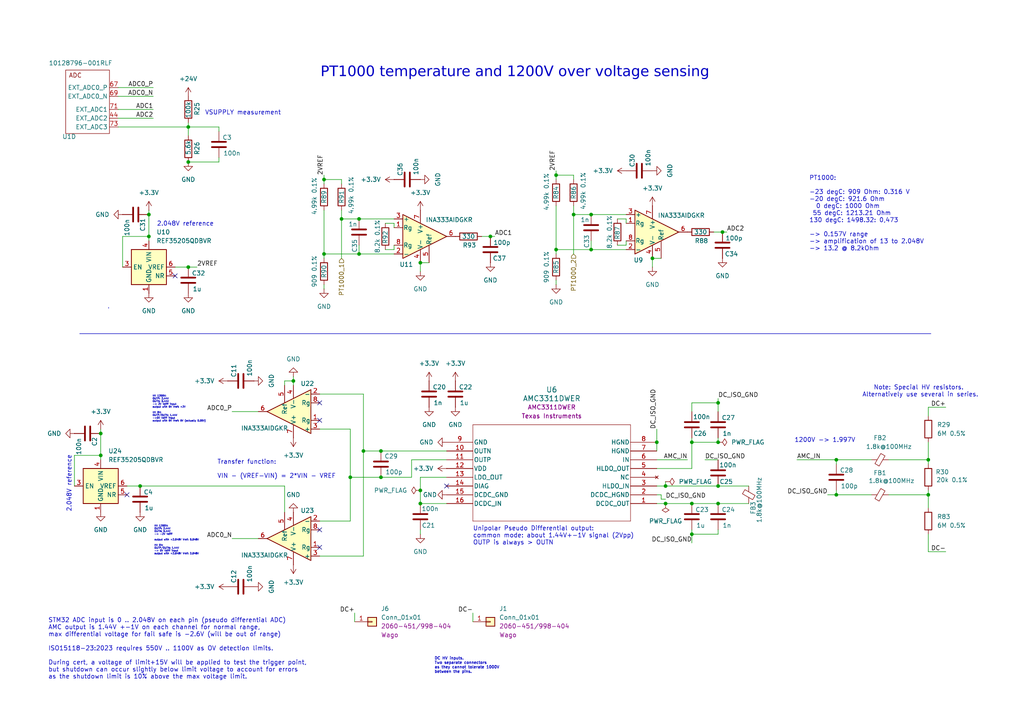
<source format=kicad_sch>
(kicad_sch (version 20250114) (generator "eeschema") (generator_version "9.0")
  (paper "A4")
  (title_block (title "ChargeBridge Eval Board") (date "2025-07-15") (rev "1.1") (company "Pionix GmbH") (comment 1 "Cornelius Claussen / Jonas Rockstroh") (comment 2 "License: CERN-OHL-P"))
  (text "HV 1200V:\nOUTP: 2.44V\nOUTN: 0.44V\n-> 2V Vdiff input\noutput with 0V Vref: +2V\n\nHV 0V:\nOUTP/OUTN: 1.44V\n->0V Vdiff input\noutput with 0V Vref: 0V (actually 0.05V)" (at 44.196 118.618 0) (effects (font (size 0.5 0.5)) (justify left)))
  (text "STM32 ADC input is 0 .. 2.048V on each pin (pseudo differential ADC)\nAMC output is 1.44V +-1V on each channel for normal range,\nmax differential voltage for fail safe is -2.6V (will be out of range)\n\nISO15118-23:2023 requires 550V .. 1100V as OV detection limits.\n\nDuring cert, a voltage of limit+15V will be applied to test the trigger point,\nbut shutdown can occur slightly below limit voltage to account for errors\nas the shutdown limit is 10% above the max voltage limit.\n" (at 13.97 188.214 0) (effects (font (size 1.27 1.27)) (justify left)))
  (text "2.048V reference" (at 20.066 148.59 90) (effects (font (size 1.27 1.27)) (justify left)))
  (text "Transfer function:\n\nVIN - (VREF-VIN) = 2*VIN - VREF\n" (at 62.992 136.144 0) (effects (font (size 1.27 1.27)) (justify left)))
  (text "DC HV inputs.\nTwo separate connectors\nas they cannot tolerate 1000V\nbetween the pins." (at 125.984 193.04 0) (effects (font (size 0.8 0.8)) (justify left)))
  (text "1200V -> 1.997V" (at 239.268 127.762 0) (effects (font (size 1.27 1.27))))
  (text "HV 1200V:\nOUTP: 2.44V\nOUTN: 0.44V\n-> -2V Vdiff\n \noutput with +2.048V Vref: 0.048V\n\nHV 0V:\nOUTP/OUTN: 1.44V\n-> 0V Vdiff input\noutput with +2.048V Vref: 2.048V" (at 44.704 156.718 0) (effects (font (size 0.5 0.5)) (justify left)))
  (text "Note: Special HV resistors. \nAlternatively use several in series." (at 266.954 113.538 0) (effects (font (size 1.27 1.27))))
  (text "VSUPPLY measurement" (at 59.436 32.766 0) (effects (font (size 1.27 1.27)) (justify left)))
  (text "PT1000 temperature and 1200V over voltage sensing" (at 149.352 21.844 0) (effects (font (size 3 3) (thickness 0.375))))
  (text "PT1000:\n\n-23 degC: 909 Ohm: 0.316 V\n-20 degC: 921.6 Ohm\n  0 degC: 1000 Ohm\n 55 degC: 1213.21 Ohm\n130 degC: 1498.32: 0,473\n\n-> 0.157V range\n-> amplification of 13 to 2.048V\n-> 13.2 @ 8.2kOhm" (at 234.696 61.976 0) (effects (font (size 1.27 1.27)) (justify left)))
  (text "Unipolar Pseudo Differential output:\ncommon mode: about 1.44V+-1V signal (2Vpp)\nOUTP is always > OUTN" (at 137.16 155.448 0) (effects (font (size 1.27 1.27)) (justify left)))
  (text "2.048V reference" (at 45.466 65.024 0) (effects (font (size 1.27 1.27)) (justify left)))
  (junction (at 104.14 63.5))
  (junction (at 161.29 50.8))
  (junction (at 110.49 138.43))
  (junction (at 269.24 133.35))
  (junction (at 161.29 72.39))
  (junction (at 43.18 62.23))
  (junction (at 104.14 73.66))
  (junction (at 171.45 72.39))
  (junction (at 200.66 128.27))
  (junction (at 209.55 67.31))
  (junction (at 43.18 68.58))
  (junction (at 121.92 142.24))
  (junction (at 54.61 46.99))
  (junction (at 171.45 62.23))
  (junction (at 208.28 128.27))
  (junction (at 40.64 140.97))
  (junction (at 93.98 73.66))
  (junction (at 189.23 74.93))
  (junction (at 101.6 138.43))
  (junction (at 99.06 63.5))
  (junction (at 110.49 130.81))
  (junction (at 193.04 146.05))
  (junction (at 29.21 132.08))
  (junction (at 54.61 36.83))
  (junction (at 54.61 77.47))
  (junction (at 29.21 125.73))
  (junction (at 85.09 110.49))
  (junction (at 269.24 143.51))
  (junction (at 208.28 140.97))
  (junction (at 121.92 146.05))
  (junction (at 142.24 68.58))
  (junction (at 93.98 52.07))
  (junction (at 166.37 62.23))
  (junction (at 200.66 146.05))
  (junction (at 208.28 116.84))
  (junction (at 105.41 130.81))
  (junction (at 121.92 76.2))
  (junction (at 208.28 146.05))
  (junction (at 190.5 128.27))
  (junction (at 200.66 154.94))
  (junction (at 242.57 143.51))
  (junction (at 242.57 133.35))
  (junction (at 193.04 140.97))
  (no_connect (at 92.71 121.92))
  (no_connect (at 92.71 158.75))
  (no_connect (at 129.54 140.97))
  (no_connect (at 92.71 116.84))
  (no_connect (at 36.83 143.51))
  (no_connect (at 92.71 153.67))
  (no_connect (at 50.8 80.01))
  (wire (pts (xy 43.18 68.58) (xy 43.18 69.85)))
  (wire (pts (xy 85.09 109.22) (xy 85.09 110.49)))
  (wire (pts (xy 36.83 140.97) (xy 40.64 140.97)))
  (wire (pts (xy 67.31 119.38) (xy 74.93 119.38)))
  (wire (pts (xy 190.5 146.05) (xy 193.04 146.05)))
  (wire (pts (xy 110.49 130.81) (xy 105.41 130.81)))
  (wire (pts (xy 240.03 143.51) (xy 242.57 143.51)))
  (wire (pts (xy 200.66 127) (xy 200.66 128.27)))
  (wire (pts (xy 269.24 143.51) (xy 269.24 147.32)))
  (wire (pts (xy 193.04 146.05) (xy 200.66 146.05)))
  (wire (pts (xy 269.24 118.11) (xy 269.24 120.65)))
  (wire (pts (xy 105.41 130.81) (xy 105.41 114.3)))
  (wire (pts (xy 67.31 156.21) (xy 74.93 156.21)))
  (wire (pts (xy 171.45 62.23) (xy 181.61 62.23)))
  (wire (pts (xy 269.24 133.35) (xy 269.24 134.62)))
  (wire (pts (xy 50.8 77.47) (xy 54.61 77.47)))
  (wire (pts (xy 200.66 157.48) (xy 200.66 154.94)))
  (wire (pts (xy 111.76 64.77) (xy 114.3 64.77)))
  (wire (pts (xy 101.6 138.43) (xy 110.49 138.43)))
  (wire (pts (xy 114.3 72.39) (xy 114.3 71.12)))
  (wire (pts (xy 208.28 116.84) (xy 208.28 119.38)))
  (wire (pts (xy 166.37 59.69) (xy 166.37 62.23)))
  (wire (pts (xy 208.28 115.57) (xy 208.28 116.84)))
  (wire (pts (xy 119.38 133.35) (xy 129.54 133.35)))
  (wire (pts (xy 190.5 133.35) (xy 199.39 133.35)))
  (wire (pts (xy 200.66 154.94) (xy 208.28 154.94)))
  (wire (pts (xy 189.23 74.93) (xy 191.77 74.93)))
  (wire (pts (xy 54.61 77.47) (xy 57.15 77.47)))
  (wire (pts (xy 101.6 124.46) (xy 101.6 138.43)))
  (wire (pts (xy 200.66 128.27) (xy 200.66 135.89)))
  (wire (pts (xy 208.28 128.27) (xy 208.28 127)))
  (wire (pts (xy 34.29 31.75) (xy 44.45 31.75)))
  (wire (pts (xy 207.01 67.31) (xy 209.55 67.31)))
  (polyline (pts (xy 31.496 89.154) (xy 31.496 89.408)))
  (wire (pts (xy 101.6 151.13) (xy 101.6 138.43)))
  (wire (pts (xy 121.92 138.43) (xy 121.92 142.24)))
  (wire (pts (xy 208.28 146.05) (xy 217.17 146.05)))
  (wire (pts (xy 82.55 110.49) (xy 85.09 110.49)))
  (wire (pts (xy 190.5 135.89) (xy 200.66 135.89)))
  (wire (pts (xy 208.28 154.94) (xy 208.28 153.67)))
  (wire (pts (xy 252.73 133.35) (xy 242.57 133.35)))
  (wire (pts (xy 269.24 133.35) (xy 257.81 133.35)))
  (wire (pts (xy 29.21 132.08) (xy 29.21 133.35)))
  (wire (pts (xy 82.55 111.76) (xy 82.55 110.49)))
  (wire (pts (xy 208.28 140.97) (xy 217.17 140.97)))
  (wire (pts (xy 242.57 133.35) (xy 231.14 133.35)))
  (wire (pts (xy 21.59 140.97) (xy 21.59 132.08)))
  (wire (pts (xy 190.5 140.97) (xy 193.04 140.97)))
  (wire (pts (xy 34.29 34.29) (xy 44.45 34.29)))
  (wire (pts (xy 99.06 52.07) (xy 99.06 53.34)))
  (wire (pts (xy 34.29 25.4) (xy 44.45 25.4)))
  (wire (pts (xy 161.29 50.8) (xy 161.29 52.07)))
  (wire (pts (xy 179.07 63.5) (xy 181.61 63.5)))
  (wire (pts (xy 269.24 154.94) (xy 269.24 160.02)))
  (wire (pts (xy 257.81 143.51) (xy 269.24 143.51)))
  (wire (pts (xy 102.87 177.8) (xy 102.87 180.34)))
  (wire (pts (xy 166.37 62.23) (xy 171.45 62.23)))
  (wire (pts (xy 129.54 138.43) (xy 121.92 138.43)))
  (wire (pts (xy 121.92 76.2) (xy 121.92 78.74)))
  (wire (pts (xy 104.14 63.5) (xy 114.3 63.5)))
  (wire (pts (xy 104.14 73.66) (xy 104.14 71.12)))
  (wire (pts (xy 190.5 124.46) (xy 190.5 128.27)))
  (wire (pts (xy 161.29 50.8) (xy 166.37 50.8)))
  (wire (pts (xy 142.24 68.58) (xy 143.51 68.58)))
  (wire (pts (xy 119.38 133.35) (xy 119.38 138.43)))
  (wire (pts (xy 93.98 82.55) (xy 93.98 83.82)))
  (wire (pts (xy 35.56 68.58) (xy 43.18 68.58)))
  (wire (pts (xy 139.7 68.58) (xy 142.24 68.58)))
  (wire (pts (xy 191.77 144.78) (xy 191.77 143.51)))
  (wire (pts (xy 171.45 72.39) (xy 171.45 69.85)))
  (wire (pts (xy 181.61 71.12) (xy 181.61 69.85)))
  (wire (pts (xy 193.04 144.78) (xy 191.77 144.78)))
  (wire (pts (xy 93.98 74.93) (xy 93.98 73.66)))
  (wire (pts (xy 105.41 161.29) (xy 105.41 130.81)))
  (wire (pts (xy 93.98 52.07) (xy 99.06 52.07)))
  (wire (pts (xy 242.57 134.62) (xy 242.57 133.35)))
  (wire (pts (xy 171.45 72.39) (xy 181.61 72.39)))
  (wire (pts (xy 161.29 81.28) (xy 161.29 82.55)))
  (wire (pts (xy 93.98 50.8) (xy 93.98 52.07)))
  (wire (pts (xy 114.3 64.77) (xy 114.3 66.04)))
  (wire (pts (xy 29.21 124.46) (xy 29.21 125.73)))
  (wire (pts (xy 200.66 146.05) (xy 208.28 146.05)))
  (wire (pts (xy 104.14 73.66) (xy 114.3 73.66)))
  (wire (pts (xy 54.61 36.83) (xy 54.61 39.37)))
  (wire (pts (xy 193.04 139.7) (xy 193.04 140.97)))
  (wire (pts (xy 204.47 133.35) (xy 208.28 133.35)))
  (wire (pts (xy 200.66 154.94) (xy 200.66 153.67)))
  (wire (pts (xy 191.77 143.51) (xy 190.5 143.51)))
  (wire (pts (xy 40.64 140.97) (xy 82.55 140.97)))
  (wire (pts (xy 82.55 140.97) (xy 82.55 148.59)))
  (wire (pts (xy 137.16 177.8) (xy 137.16 180.34)))
  (wire (pts (xy 110.49 138.43) (xy 119.38 138.43)))
  (wire (pts (xy 43.18 62.23) (xy 43.18 68.58)))
  (wire (pts (xy 54.61 46.99) (xy 63.5 46.99)))
  (wire (pts (xy 181.61 63.5) (xy 181.61 64.77)))
  (wire (pts (xy 29.21 125.73) (xy 29.21 132.08)))
  (wire (pts (xy 105.41 114.3) (xy 92.71 114.3)))
  (wire (pts (xy 200.66 119.38) (xy 200.66 116.84)))
  (polyline (pts (xy 270.002 96.774) (xy 23.114 96.774)))
  (wire (pts (xy 93.98 60.96) (xy 93.98 73.66)))
  (wire (pts (xy 161.29 59.69) (xy 161.29 72.39)))
  (wire (pts (xy 200.66 128.27) (xy 208.28 128.27)))
  (wire (pts (xy 63.5 46.99) (xy 63.5 45.72)))
  (wire (pts (xy 121.92 142.24) (xy 121.92 146.05)))
  (wire (pts (xy 92.71 151.13) (xy 101.6 151.13)))
  (wire (pts (xy 269.24 142.24) (xy 269.24 143.51)))
  (wire (pts (xy 63.5 36.83) (xy 63.5 38.1)))
  (wire (pts (xy 166.37 62.23) (xy 166.37 73.66)))
  (wire (pts (xy 99.06 63.5) (xy 104.14 63.5)))
  (wire (pts (xy 92.71 161.29) (xy 105.41 161.29)))
  (wire (pts (xy 193.04 140.97) (xy 208.28 140.97)))
  (wire (pts (xy 166.37 50.8) (xy 166.37 52.07)))
  (wire (pts (xy 34.29 36.83) (xy 54.61 36.83)))
  (wire (pts (xy 93.98 73.66) (xy 104.14 73.66)))
  (wire (pts (xy 111.76 72.39) (xy 114.3 72.39)))
  (wire (pts (xy 161.29 72.39) (xy 171.45 72.39)))
  (wire (pts (xy 110.49 130.81) (xy 129.54 130.81)))
  (wire (pts (xy 269.24 128.27) (xy 269.24 133.35)))
  (wire (pts (xy 242.57 143.51) (xy 252.73 143.51)))
  (wire (pts (xy 85.09 110.49) (xy 85.09 111.76)))
  (wire (pts (xy 179.07 71.12) (xy 181.61 71.12)))
  (wire (pts (xy 99.06 60.96) (xy 99.06 63.5)))
  (wire (pts (xy 54.61 36.83) (xy 63.5 36.83)))
  (wire (pts (xy 189.23 74.93) (xy 189.23 77.47)))
  (wire (pts (xy 43.18 60.96) (xy 43.18 62.23)))
  (wire (pts (xy 54.61 36.83) (xy 54.61 35.56)))
  (wire (pts (xy 200.66 116.84) (xy 208.28 116.84)))
  (wire (pts (xy 34.29 27.94) (xy 44.45 27.94)))
  (wire (pts (xy 99.06 63.5) (xy 99.06 74.93)))
  (wire (pts (xy 274.32 118.11) (xy 269.24 118.11)))
  (wire (pts (xy 121.92 76.2) (xy 124.46 76.2)))
  (wire (pts (xy 161.29 49.53) (xy 161.29 50.8)))
  (wire (pts (xy 35.56 77.47) (xy 35.56 68.58)))
  (wire (pts (xy 269.24 160.02) (xy 274.32 160.02)))
  (wire (pts (xy 209.55 67.31) (xy 210.82 67.31)))
  (wire (pts (xy 190.5 128.27) (xy 190.5 130.81)))
  (wire (pts (xy 121.92 146.05) (xy 129.54 146.05)))
  (wire (pts (xy 121.92 154.94) (xy 121.92 153.67)))
  (wire (pts (xy 93.98 52.07) (xy 93.98 53.34)))
  (wire (pts (xy 161.29 73.66) (xy 161.29 72.39)))
  (wire (pts (xy 242.57 143.51) (xy 242.57 142.24)))
  (wire (pts (xy 21.59 132.08) (xy 29.21 132.08)))
  (wire (pts (xy 92.71 124.46) (xy 101.6 124.46)))
  (label "ADC0_N" (at 67.31 156.21 180))
  (label "DC_ISO_GND" (at 204.47 133.35 0))
  (label "2VREF" (at 161.29 49.53 90))
  (label "DC-" (at 274.32 160.02 180))
  (label "DC_ISO_GND" (at 200.66 157.48 180))
  (label "DC_ISO_GND" (at 190.5 124.46 90))
  (label "DC_ISO_GND" (at 208.28 115.57 0))
  (label "ADC0_P" (at 44.45 25.4 180))
  (label "DC+" (at 274.32 118.11 180))
  (label "2VREF" (at 57.15 77.47 0))
  (label "DC-" (at 137.16 177.8 180))
  (label "ADC0_N" (at 44.45 27.94 180))
  (label "ADC2" (at 210.82 67.31 0))
  (label "2VREF" (at 93.98 50.8 90))
  (label "AMC_IN" (at 231.14 133.35 0))
  (label "DC_ISO_GND" (at 193.04 144.78 0))
  (label "DC+" (at 102.87 177.8 180))
  (label "AMC_IN" (at 199.39 133.35 180))
  (label "ADC2" (at 44.45 34.29 180))
  (label "ADC1" (at 143.51 68.58 0))
  (label "ADC0_P" (at 67.31 119.38 180))
  (label "DC_ISO_GND" (at 240.03 143.51 180))
  (label "ADC1" (at 44.45 31.75 180))
  (hierarchical_label "PT1000_2" (shape input) (at 166.37 73.66 270))
  (hierarchical_label "PT1000_1" (shape input) (at 99.06 74.93 270))
  (symbol (lib_id "cb-eval-lib:C") (at 39.37 62.23 270) (unit 1)
    (property "Reference" "C31" (at 41.402 63.246 0) (effects (justify left)))
    (property "Value" "100n" (at 36.83 63.5 0) (effects (justify left)))
    (property "Footprint" "Capacitor_SMD:C_0603_1608Metric" (effects (hide yes)))
    (property "Description" "Unpolarized capacitor" (effects (hide yes)))
    (property "MPN" "C0603C104K5RACAUTO" (effects (hide yes)))
    (property "Manufacturer" "Kemet" (effects (hide yes)))
    (property "Digikey" "399-6856-1-ND" (effects (hide yes)))
  )
  (symbol (lib_id "power:GND") (at 85.09 109.22 180) (unit 1)
    (property "Reference" "#PWR028" (effects (hide yes)))
    (property "Value" "GND" (at 85.09 104.14 0))
    (property "Description" "Power symbol creates a global label with name \"GND\" , ground" (effects (hide yes)))
  )
  (symbol (lib_id "cb-eval-lib:REF35205QDBVR") (at 29.21 140.97 0) (unit 1)
    (property "Reference" "U24" (at 31.4041 130.81 0) (effects (justify left)))
    (property "Value" "REF35205QDBVR" (at 31.4041 133.35 0) (effects (justify left)))
    (property "Footprint" "Package_TO_SOT_SMD:SOT-23-6" (effects (hide yes)))
    (property "Datasheet" "https://www.ti.com/lit/ds/symlink/ref35.pdf" (effects (hide yes)))
    (property "Description" "2.048V, Ultra Low-Power, High-Precision Voltage Reference, SOT-23-6" (effects (hide yes)))
    (property "Digikey" "296-REF35205QDBVRCT-ND" (effects (hide yes)))
    (property "MPN" "REF35205QDBVR" (effects (hide yes)))
    (property "Manufacturer" "Texas Instruments" (effects (hide yes)))
  )
  (symbol (lib_id "power:GND") (at 124.46 118.11 0) (unit 1)
    (property "Reference" "#PWR052" (effects (hide yes)))
    (property "Value" "GND" (at 124.46 123.19 0))
    (property "Description" "Power symbol creates a global label with name \"GND\" , ground" (effects (hide yes)))
  )
  (symbol (lib_id "power:GND") (at 189.23 77.47 0) (unit 1)
    (property "Reference" "#PWR0128" (effects (hide yes)))
    (property "Value" "GND" (at 189.23 82.55 0))
    (property "Description" "Power symbol creates a global label with name \"GND\" , ground" (effects (hide yes)))
  )
  (symbol (lib_id "power:GND") (at 73.66 170.18 90) (unit 1)
    (property "Reference" "#PWR073" (effects (hide yes)))
    (property "Value" "GND" (at 78.74 170.18 0))
    (property "Description" "Power symbol creates a global label with name \"GND\" , ground" (effects (hide yes)))
  )
  (symbol (lib_id "cb-eval-lib:R") (at 179.07 67.31 0) (mirror x) (unit 1)
    (property "Reference" "R87" (at 179.07 67.564 90))
    (property "Value" "8.2k 0.1%" (at 176.784 67.31 90))
    (property "Footprint" "Resistor_SMD:R_0603_1608Metric" (effects (hide yes)))
    (property "MPN" "ERA-3AEB822V" (effects (hide yes)))
    (property "Digikey" "P8.2KDBCT-ND" (effects (hide yes)))
    (property "Manufacturer" "Panasonic Electronic Components" (effects (hide yes)))
  )
  (symbol (lib_id "cb-eval-lib:R") (at 93.98 78.74 0) (mirror x) (unit 1)
    (property "Reference" "R90" (at 93.98 78.74 90))
    (property "Value" "909 0.1%" (at 91.186 78.74 90))
    (property "Footprint" "Resistor_SMD:R_0603_1608Metric" (effects (hide yes)))
    (property "MPN" "ERA-3AEB9090V" (effects (hide yes)))
    (property "Digikey" "P909DBCT-ND" (effects (hide yes)))
    (property "Manufacturer" "Panasonic Electronic Components" (effects (hide yes)))
  )
  (symbol (lib_id "cb-eval-lib:R") (at 269.24 138.43 0) (mirror x) (unit 1)
    (property "Reference" "R30" (at 273.304 136.906 0))
    (property "Value" "20k 0.1%" (at 276.098 139.192 0))
    (property "Footprint" "Resistor_SMD:R_0603_1608Metric" (effects (hide yes)))
    (property "MPN" "ERA-3AEB203V" (effects (hide yes)))
    (property "JLCPCB Part#" "C469660" (effects (hide yes)))
    (property "Digikey" "P20KDBCT-ND" (effects (hide yes)))
    (property "Manufacturer" "Panasonic Electronic Components" (effects (hide yes)))
  )
  (symbol (lib_id "cb-eval-lib:C") (at 69.85 170.18 90) (unit 1)
    (property "Reference" "C12" (at 67.818 169.164 0) (effects (justify left)))
    (property "Value" "100n" (at 72.39 168.91 0) (effects (justify left)))
    (property "Footprint" "Capacitor_SMD:C_0603_1608Metric" (effects (hide yes)))
    (property "Description" "Unpolarized capacitor" (effects (hide yes)))
    (property "MPN" "C0603C104K5RACAUTO" (effects (hide yes)))
    (property "Manufacturer" "Kemet" (effects (hide yes)))
    (property "Digikey" "399-6856-1-ND" (effects (hide yes)))
  )
  (symbol (lib_id "cb-eval-lib:INA333xxDGK") (at 85.09 156.21 180) (unit 1)
    (property "Reference" "U23" (at 89.154 148.082 0))
    (property "Value" "INA333AIDGKR" (at 76.708 161.036 0))
    (property "Footprint" "cb-eval-lib:VSSOP-8_3x3mm_P0.65mm" (effects (hide yes)))
    (property "Datasheet" "https://www.ti.com/lit/ds/symlink/ina333.pdf" (effects (hide yes)))
    (property "Description" "Zero Drift, Micropower Instrumentation Amplifier G = 1 + 100kOhm/Rg, VSSOP-8" (effects (hide yes)))
    (property "Digikey" "296-23564-1-ND" (effects (hide yes)))
    (property "MPN" "INA333AIDGKR" (effects (hide yes)))
    (property "Manufacturer" "Texas Instruments" (effects (hide yes)))
  )
  (symbol (lib_id "cb-eval-lib:FerriteBead_Small") (at 255.27 143.51 90) (unit 1)
    (property "Reference" "FB1" (at 255.2319 137.16 90))
    (property "Value" "1.8k@100MHz" (at 258.572 139.446 90))
    (property "Footprint" "Inductor_SMD:L_0603_1608Metric" (effects (hide yes)))
    (property "Description" "Ferrite bead, small symbol" (effects (hide yes)))
    (property "MPN" "742792692" (effects (hide yes)))
    (property "Manufacturer" "Wurth Elektronik" (effects (hide yes)))
    (property "Digikey" "732-4671-1-ND" (effects (hide yes)))
  )
  (symbol (lib_id "power:+3.3V") (at 132.08 110.49 0) (unit 1)
    (property "Reference" "#PWR0123" (effects (hide yes)))
    (property "Value" "+3.3V" (at 132.08 105.41 0))
    (property "Description" "Power symbol creates a global label with name \"+3.3V\"" (effects (hide yes)))
  )
  (symbol (lib_id "cb-eval-lib:R") (at 54.61 31.75 0) (unit 1)
    (property "Reference" "R25" (at 57.15 33.528 90) (effects (justify left)))
    (property "Value" "100k" (at 54.61 34.29 90) (effects (justify left)))
    (property "Footprint" "Resistor_SMD:R_0603_1608Metric" (effects (hide yes)))
    (property "Description" "Resistor" (effects (hide yes)))
    (property "Digikey" "RMCF0603FT100KCT-ND" (effects (hide yes)))
    (property "MPN" "RMCF0603FT100K" (effects (hide yes)))
    (property "Manufacturer" "Stackpole Electronics Inc" (effects (hide yes)))
  )
  (symbol (lib_id "cb-eval-lib:R") (at 269.24 151.13 0) (mirror y) (unit 1)
    (property "Reference" "R83" (at 271.78 149.8599 0) (effects (justify right)))
    (property "Value" "6M 0.5%" (at 271.78 152.3999 0) (effects (justify right)))
    (property "Footprint" "Resistor_SMD:R_1206_3216Metric" (effects (hide yes)))
    (property "Datasheet" "https://www.vishay.com/docs/68043/crma.pdf" (effects (hide yes)))
    (property "MPN" "CRMA1206AF6M00DKEF" (effects (hide yes)))
    (property "JLCPCB Part#" "C3986300" (effects (hide yes)))
    (property "Digikey" "3579-CRMA1206AF6M00DKEFCT-ND" (effects (hide yes)))
    (property "Manufacturer" "Vishay Techno" (effects (hide yes)))
  )
  (symbol (lib_id "power:+24V") (at 54.61 27.94 0) (unit 1)
    (property "Reference" "#PWR041" (effects (hide yes)))
    (property "Value" "+24V" (at 54.61 22.86 0))
    (property "Description" "Power symbol creates a global label with name \"+24V\"" (effects (hide yes)))
  )
  (symbol (lib_id "power:PWR_FLAG") (at 193.04 139.7 270) (unit 1)
    (property "Reference" "#FLG08" (effects (hide yes)))
    (property "Value" "PWR_FLAG" (at 196.85 139.6999 90) (effects (justify left)))
    (property "Description" "Special symbol for telling ERC where power comes from" (effects (hide yes)))
  )
  (symbol (lib_id "cb-eval-lib:Pionix-SOM") (at 25.4 29.21 0) (unit 4)
    (property "Reference" "U1" (at 20.066 39.624 0))
    (property "Value" "10128796-001RLF" (at 23.368 18.288 0))
    (property "Footprint" "cb-eval-lib:AMPHENOL_10128796-001RLF_ChargeBridge_Wurth_standoff" (effects (hide yes)))
    (property "Description" "Pionix Charging SOM" (effects (hide yes)))
    (property "MPN" "10128796-001RLF" (effects (hide yes)))
    (property "Manufacturer" "Amphenol ICC (FCI)" (effects (hide yes)))
  )
  (symbol (lib_id "cb-eval-lib:INA333xxDGK") (at 189.23 67.31 0) (unit 1)
    (property "Reference" "U9" (at 185.166 75.438 0))
    (property "Value" "INA333AIDGKR" (at 197.612 62.484 0))
    (property "Footprint" "cb-eval-lib:VSSOP-8_3x3mm_P0.65mm" (effects (hide yes)))
    (property "Datasheet" "https://www.ti.com/lit/ds/symlink/ina333.pdf" (effects (hide yes)))
    (property "Description" "Zero Drift, Micropower Instrumentation Amplifier G = 1 + 100kOhm/Rg, VSSOP-8" (effects (hide yes)))
    (property "Digikey" "296-23564-1-ND" (effects (hide yes)))
    (property "MPN" "INA333AIDGKR" (effects (hide yes)))
    (property "Manufacturer" "Texas Instruments" (effects (hide yes)))
  )
  (symbol (lib_id "power:+3.3V") (at 129.54 135.89 90) (unit 1)
    (property "Reference" "#PWR0120" (effects (hide yes)))
    (property "Value" "+3.3V" (at 125.73 135.8899 90) (effects (justify left)))
    (property "Description" "Power symbol creates a global label with name \"+3.3V\"" (effects (hide yes)))
  )
  (symbol (lib_id "cb-eval-lib:C") (at 142.24 72.39 180) (unit 1)
    (property "Reference" "C37" (at 146.812 74.93 0) (effects (justify left)))
    (property "Value" "100p" (at 148.082 70.358 0) (effects (justify left)))
    (property "Footprint" "Capacitor_SMD:C_0603_1608Metric" (effects (hide yes)))
    (property "Description" "Unpolarized capacitor" (effects (hide yes)))
    (property "Digikey" "1292-1644-1-ND" (effects (hide yes)))
    (property "MPN" "0603N101J500CT" (effects (hide yes)))
    (property "Manufacturer" "Walsin Technology Corporation" (effects (hide yes)))
  )
  (symbol (lib_id "cb-eval-lib:INA333xxDGK") (at 85.09 119.38 180) (unit 1)
    (property "Reference" "U22" (at 89.154 111.252 0))
    (property "Value" "INA333AIDGKR" (at 76.708 124.206 0))
    (property "Footprint" "cb-eval-lib:VSSOP-8_3x3mm_P0.65mm" (effects (hide yes)))
    (property "Datasheet" "https://www.ti.com/lit/ds/symlink/ina333.pdf" (effects (hide yes)))
    (property "Description" "Zero Drift, Micropower Instrumentation Amplifier G = 1 + 100kOhm/Rg, VSSOP-8" (effects (hide yes)))
    (property "Digikey" "296-23564-1-ND" (effects (hide yes)))
    (property "MPN" "INA333AIDGKR" (effects (hide yes)))
    (property "Manufacturer" "Texas Instruments" (effects (hide yes)))
  )
  (symbol (lib_id "cb-eval-lib:C") (at 171.45 66.04 180) (unit 1)
    (property "Reference" "C33" (at 170.18 68.072 90) (effects (justify left)))
    (property "Value" "1n" (at 170.942 63.754 0) (effects (justify left)))
    (property "Footprint" "Capacitor_SMD:C_0603_1608Metric" (effects (hide yes)))
    (property "Description" "Unpolarized capacitor" (effects (hide yes)))
    (property "MPN" "C0603C102K5RACTU" (effects (hide yes)))
    (property "Manufacturer" "Kemet" (effects (hide yes)))
    (property "Digikey" "399-C0603C102K5RACTUCT-ND" (effects (hide yes)))
  )
  (symbol (lib_id "cb-eval-lib:R") (at 54.61 43.18 0) (unit 1)
    (property "Reference" "R26" (at 57.15 44.958 90) (effects (justify left)))
    (property "Value" "5.6k" (at 54.61 44.958 90) (effects (justify left)))
    (property "Footprint" "Resistor_SMD:R_0603_1608Metric" (effects (hide yes)))
    (property "Description" "Resistor" (effects (hide yes)))
    (property "Digikey" "RMCF0603FT5K60CT-ND" (effects (hide yes)))
    (property "MPN" "RMCF0603FT5K60" (effects (hide yes)))
    (property "Manufacturer" "Stackpole Electronics Inc" (effects (hide yes)))
  )
  (symbol (lib_id "power:GND") (at 54.61 85.09 0) (unit 1)
    (property "Reference" "#PWR0133" (effects (hide yes)))
    (property "Value" "GND" (at 54.61 90.17 0))
    (property "Description" "Power symbol creates a global label with name \"GND\" , ground" (effects (hide yes)))
  )
  (symbol (lib_id "power:+3.3V") (at 85.09 127 180) (unit 1)
    (property "Reference" "#PWR039" (effects (hide yes)))
    (property "Value" "+3.3V" (at 85.09 132.08 0))
    (property "Description" "Power symbol creates a global label with name \"+3.3V\"" (effects (hide yes)))
  )
  (symbol (lib_id "power:PWR_FLAG") (at 193.04 146.05 180) (unit 1)
    (property "Reference" "#FLG05" (effects (hide yes)))
    (property "Value" "PWR_FLAG" (at 193.04 151.13 0))
    (property "Description" "Special symbol for telling ERC where power comes from" (effects (hide yes)))
  )
  (symbol (lib_id "power:GND") (at 85.09 148.59 180) (unit 1)
    (property "Reference" "#PWR029" (effects (hide yes)))
    (property "Value" "GND" (at 85.09 143.51 0))
    (property "Description" "Power symbol creates a global label with name \"GND\" , ground" (effects (hide yes)))
  )
  (symbol (lib_id "power:GND") (at 161.29 82.55 0) (unit 1)
    (property "Reference" "#PWR0125" (effects (hide yes)))
    (property "Value" "GND" (at 161.29 87.63 0))
    (property "Description" "Power symbol creates a global label with name \"GND\" , ground" (effects (hide yes)))
  )
  (symbol (lib_id "power:GND") (at 209.55 74.93 0) (unit 1)
    (property "Reference" "#PWR0127" (effects (hide yes)))
    (property "Value" "GND" (at 209.55 80.01 0))
    (property "Description" "Power symbol creates a global label with name \"GND\" , ground" (effects (hide yes)))
  )
  (symbol (lib_id "cb-eval-lib:C") (at 63.5 41.91 0) (unit 1)
    (property "Reference" "C3" (at 64.516 39.878 0) (effects (justify left)))
    (property "Value" "100n" (at 64.77 44.45 0) (effects (justify left)))
    (property "Footprint" "Capacitor_SMD:C_0603_1608Metric" (effects (hide yes)))
    (property "Description" "Unpolarized capacitor" (effects (hide yes)))
    (property "MPN" "C0603C104K5RACAUTO" (effects (hide yes)))
    (property "Manufacturer" "Kemet" (effects (hide yes)))
    (property "Digikey" "399-6856-1-ND" (effects (hide yes)))
  )
  (symbol (lib_id "power:GND") (at 129.54 143.51 270) (unit 1)
    (property "Reference" "#PWR0122" (effects (hide yes)))
    (property "Value" "GND" (at 126.746 143.51 90) (effects (justify right)))
    (property "Description" "Power symbol creates a global label with name \"GND\" , ground" (effects (hide yes)))
  )
  (symbol (lib_id "power:+3.3V") (at 189.23 59.69 0) (unit 1)
    (property "Reference" "#PWR078" (effects (hide yes)))
    (property "Value" "+3.3V" (at 189.23 54.61 0))
    (property "Description" "Power symbol creates a global label with name \"+3.3V\"" (effects (hide yes)))
  )
  (symbol (lib_id "cb-eval-lib:R") (at 203.2 67.31 90) (mirror x) (unit 1)
    (property "Reference" "R88" (at 203.454 69.85 90))
    (property "Value" "330" (at 203.2 67.31 90))
    (property "Footprint" "Resistor_SMD:R_0603_1608Metric" (effects (hide yes)))
    (property "MPN" "RMCF0603FT330R" (effects (hide yes)))
    (property "Digikey" "RMCF0603FT330RCT-ND" (effects (hide yes)))
    (property "Manufacturer" "Stackpole Electronics Inc" (effects (hide yes)))
  )
  (symbol (lib_id "cb-eval-lib:C") (at 208.28 137.16 180) (unit 1)
    (property "Reference" "C25" (at 212.598 139.7 0) (effects (justify left)))
    (property "Value" "100n" (at 213.614 134.874 0) (effects (justify left)))
    (property "Footprint" "Capacitor_SMD:C_0603_1608Metric" (effects (hide yes)))
    (property "Description" "Unpolarized capacitor" (effects (hide yes)))
    (property "MPN" "C0603C104K5RACAUTO" (effects (hide yes)))
    (property "Manufacturer" "Kemet" (effects (hide yes)))
    (property "Digikey" "399-6856-1-ND" (effects (hide yes)))
  )
  (symbol (lib_id "cb-eval-lib:R") (at 166.37 55.88 0) (mirror x) (unit 1)
    (property "Reference" "R86" (at 166.37 55.88 90))
    (property "Value" "4.99k 0.1%" (at 169.164 55.372 90))
    (property "Footprint" "Resistor_SMD:R_0603_1608Metric" (effects (hide yes)))
    (property "MPN" "ERA-3AEB4991V" (effects (hide yes)))
    (property "Digikey" "P4.99KDBCT-ND" (effects (hide yes)))
    (property "Manufacturer" "Panasonic Electronic Components" (effects (hide yes)))
  )
  (symbol (lib_id "cb-eval-lib:C") (at 25.4 125.73 270) (unit 1)
    (property "Reference" "C2" (at 27.432 126.746 0) (effects (justify left)))
    (property "Value" "100n" (at 22.86 127 0) (effects (justify left)))
    (property "Footprint" "Capacitor_SMD:C_0603_1608Metric" (effects (hide yes)))
    (property "Description" "Unpolarized capacitor" (effects (hide yes)))
    (property "MPN" "C0603C104K5RACAUTO" (effects (hide yes)))
    (property "Manufacturer" "Kemet" (effects (hide yes)))
    (property "Digikey" "399-6856-1-ND" (effects (hide yes)))
  )
  (symbol (lib_id "cb-eval-lib:R") (at 135.89 68.58 90) (mirror x) (unit 1)
    (property "Reference" "R93" (at 136.144 71.12 90))
    (property "Value" "330" (at 135.89 68.58 90))
    (property "Footprint" "Resistor_SMD:R_0603_1608Metric" (effects (hide yes)))
    (property "MPN" "RMCF0603FT330R" (effects (hide yes)))
    (property "Digikey" "RMCF0603FT330RCT-ND" (effects (hide yes)))
    (property "Manufacturer" "Stackpole Electronics Inc" (effects (hide yes)))
  )
  (symbol (lib_id "power:GND") (at 121.92 78.74 0) (unit 1)
    (property "Reference" "#PWR0135" (effects (hide yes)))
    (property "Value" "GND" (at 121.92 83.82 0))
    (property "Description" "Power symbol creates a global label with name \"GND\" , ground" (effects (hide yes)))
  )
  (symbol (lib_id "cb-eval-lib:C") (at 208.28 149.86 0) (unit 1)
    (property "Reference" "C24" (at 209.296 147.828 0) (effects (justify left)))
    (property "Value" "1n" (at 209.55 152.4 0) (effects (justify left)))
    (property "Footprint" "Capacitor_SMD:C_0603_1608Metric" (effects (hide yes)))
    (property "Description" "Unpolarized capacitor" (effects (hide yes)))
    (property "MPN" "C0603C102K5RACTU" (effects (hide yes)))
    (property "Manufacturer" "Kemet" (effects (hide yes)))
    (property "Digikey" "399-C0603C102K5RACTUCT-ND" (effects (hide yes)))
  )
  (symbol (lib_id "cb-eval-lib:C") (at 110.49 134.62 0) (unit 1)
    (property "Reference" "C29" (at 111.506 132.334 0) (effects (justify left)))
    (property "Value" "100p" (at 111.76 136.906 0) (effects (justify left)))
    (property "Footprint" "Capacitor_SMD:C_0603_1608Metric" (effects (hide yes)))
    (property "Description" "Unpolarized capacitor" (effects (hide yes)))
    (property "Digikey" "1292-1644-1-ND" (effects (hide yes)))
    (property "MPN" "0603N101J500CT" (effects (hide yes)))
    (property "Manufacturer" "Walsin Technology Corporation" (effects (hide yes)))
  )
  (symbol (lib_id "cb-eval-lib:C") (at 200.66 123.19 180) (unit 1)
    (property "Reference" "C26" (at 204.978 125.73 0) (effects (justify left)))
    (property "Value" "100n" (at 205.994 120.904 0) (effects (justify left)))
    (property "Footprint" "Capacitor_SMD:C_0603_1608Metric" (effects (hide yes)))
    (property "Description" "Unpolarized capacitor" (effects (hide yes)))
    (property "MPN" "C0603C104K5RACAUTO" (effects (hide yes)))
    (property "Manufacturer" "Kemet" (effects (hide yes)))
    (property "Digikey" "399-6856-1-ND" (effects (hide yes)))
  )
  (symbol (lib_id "power:+3.3V") (at 66.04 170.18 90) (unit 1)
    (property "Reference" "#PWR071" (effects (hide yes)))
    (property "Value" "+3.3V" (at 62.23 170.1799 90) (effects (justify left)))
    (property "Description" "Power symbol creates a global label with name \"+3.3V\"" (effects (hide yes)))
  )
  (symbol (lib_id "power:+3.3V") (at 85.09 163.83 180) (unit 1)
    (property "Reference" "#PWR040" (effects (hide yes)))
    (property "Value" "+3.3V" (at 85.09 168.91 0))
    (property "Description" "Power symbol creates a global label with name \"+3.3V\"" (effects (hide yes)))
  )
  (symbol (lib_id "cb-eval-lib:R") (at 269.24 124.46 0) (mirror y) (unit 1)
    (property "Reference" "R29" (at 271.78 123.1899 0) (effects (justify right)))
    (property "Value" "6M 0.5%" (at 271.78 125.7299 0) (effects (justify right)))
    (property "Footprint" "Resistor_SMD:R_1206_3216Metric" (effects (hide yes)))
    (property "Datasheet" "https://www.vishay.com/docs/68043/crma.pdf" (effects (hide yes)))
    (property "MPN" "CRMA1206AF6M00DKEF" (effects (hide yes)))
    (property "JLCPCB Part#" "C3986300" (effects (hide yes)))
    (property "Digikey" "3579-CRMA1206AF6M00DKEFCT-ND" (effects (hide yes)))
    (property "Manufacturer" "Vishay Techno" (effects (hide yes)))
  )
  (symbol (lib_id "power:+3.3V") (at 66.04 110.49 90) (unit 1)
    (property "Reference" "#PWR070" (effects (hide yes)))
    (property "Value" "+3.3V" (at 62.23 110.4899 90) (effects (justify left)))
    (property "Description" "Power symbol creates a global label with name \"+3.3V\"" (effects (hide yes)))
  )
  (symbol (lib_id "power:GND") (at 121.92 154.94 0) (unit 1)
    (property "Reference" "#PWR0121" (effects (hide yes)))
    (property "Value" "GND" (at 121.92 160.02 0))
    (property "Description" "Power symbol creates a global label with name \"GND\" , ground" (effects (hide yes)))
  )
  (symbol (lib_id "cb-eval-lib:C") (at 54.61 81.28 0) (unit 1)
    (property "Reference" "C32" (at 55.626 79.248 0) (effects (justify left)))
    (property "Value" "1u" (at 55.88 83.82 0) (effects (justify left)))
    (property "Footprint" "Capacitor_SMD:C_0603_1608Metric" (effects (hide yes)))
    (property "Description" "Unpolarized capacitor" (effects (hide yes)))
    (property "MPN" "C0603C105K3PACTU" (effects (hide yes)))
    (property "Manufacturer" "Kemet" (effects (hide yes)))
    (property "Digikey" "399-C0603C105K3PACTUCT-ND" (effects (hide yes)))
  )
  (symbol (lib_id "power:PWR_FLAG") (at 208.28 128.27 270) (unit 1)
    (property "Reference" "#FLG06" (effects (hide yes)))
    (property "Value" "PWR_FLAG" (at 212.09 128.2699 90) (effects (justify left)))
    (property "Description" "Special symbol for telling ERC where power comes from" (effects (hide yes)))
  )
  (symbol (lib_id "power:GND") (at 142.24 76.2 0) (unit 1)
    (property "Reference" "#PWR0136" (effects (hide yes)))
    (property "Value" "GND" (at 142.24 81.28 0))
    (property "Description" "Power symbol creates a global label with name \"GND\" , ground" (effects (hide yes)))
  )
  (symbol (lib_id "power:+3.3V") (at 43.18 60.96 0) (unit 1)
    (property "Reference" "#PWR0126" (effects (hide yes)))
    (property "Value" "+3.3V" (at 43.18 55.88 0))
    (property "Description" "Power symbol creates a global label with name \"+3.3V\"" (effects (hide yes)))
  )
  (symbol (lib_id "cb-eval-lib:C") (at 208.28 123.19 0) (unit 1)
    (property "Reference" "C27" (at 209.296 121.158 0) (effects (justify left)))
    (property "Value" "1n" (at 209.55 125.73 0) (effects (justify left)))
    (property "Footprint" "Capacitor_SMD:C_0603_1608Metric" (effects (hide yes)))
    (property "Description" "Unpolarized capacitor" (effects (hide yes)))
    (property "MPN" "C0603C102K5RACTU" (effects (hide yes)))
    (property "Manufacturer" "Kemet" (effects (hide yes)))
    (property "Digikey" "399-C0603C102K5RACTUCT-ND" (effects (hide yes)))
  )
  (symbol (lib_id "power:GND") (at 93.98 83.82 0) (unit 1)
    (property "Reference" "#PWR0129" (effects (hide yes)))
    (property "Value" "GND" (at 93.98 88.9 0))
    (property "Description" "Power symbol creates a global label with name \"GND\" , ground" (effects (hide yes)))
  )
  (symbol (lib_id "power:GND") (at 54.61 46.99 0) (unit 1)
    (property "Reference" "#PWR042" (effects (hide yes)))
    (property "Value" "GND" (at 54.61 52.07 0))
    (property "Description" "Power symbol creates a global label with name \"GND\" , ground" (effects (hide yes)))
  )
  (symbol (lib_id "cb-eval-lib:R") (at 99.06 57.15 0) (mirror x) (unit 1)
    (property "Reference" "R91" (at 99.06 57.15 90))
    (property "Value" "4.99k 0.1%" (at 101.854 56.642 90))
    (property "Footprint" "Resistor_SMD:R_0603_1608Metric" (effects (hide yes)))
    (property "MPN" "ERA-3AEB4991V" (effects (hide yes)))
    (property "Digikey" "P4.99KDBCT-ND" (effects (hide yes)))
    (property "Manufacturer" "Panasonic Electronic Components" (effects (hide yes)))
  )
  (symbol (lib_id "power:+3.3V") (at 181.61 49.53 90) (unit 1)
    (property "Reference" "#PWR077" (effects (hide yes)))
    (property "Value" "+3.3V" (at 177.8 49.5299 90) (effects (justify left)))
    (property "Description" "Power symbol creates a global label with name \"+3.3V\"" (effects (hide yes)))
  )
  (symbol (lib_id "power:+3.3V") (at 121.92 60.96 0) (unit 1)
    (property "Reference" "#PWR074" (effects (hide yes)))
    (property "Value" "+3.3V" (at 121.92 55.88 0))
    (property "Description" "Power symbol creates a global label with name \"+3.3V\"" (effects (hide yes)))
  )
  (symbol (lib_id "cb-eval-lib:C") (at 242.57 138.43 0) (unit 1)
    (property "Reference" "C28" (at 243.586 136.398 0) (effects (justify left)))
    (property "Value" "100p" (at 243.84 140.97 0) (effects (justify left)))
    (property "Footprint" "Capacitor_SMD:C_0603_1608Metric" (effects (hide yes)))
    (property "Description" "Unpolarized capacitor" (effects (hide yes)))
    (property "Digikey" "1292-1644-1-ND" (effects (hide yes)))
    (property "MPN" "0603N101J500CT" (effects (hide yes)))
    (property "Manufacturer" "Walsin Technology Corporation" (effects (hide yes)))
  )
  (symbol (lib_id "cb-eval-lib:R") (at 111.76 68.58 0) (mirror x) (unit 1)
    (property "Reference" "R92" (at 111.76 68.834 90))
    (property "Value" "8.2k 0.1%" (at 109.474 68.58 90))
    (property "Footprint" "Resistor_SMD:R_0603_1608Metric" (effects (hide yes)))
    (property "MPN" "ERA-3AEB822V" (effects (hide yes)))
    (property "Digikey" "P8.2KDBCT-ND" (effects (hide yes)))
    (property "Manufacturer" "Panasonic Electronic Components" (effects (hide yes)))
  )
  (symbol (lib_id "power:GND") (at 73.66 110.49 90) (unit 1)
    (property "Reference" "#PWR069" (effects (hide yes)))
    (property "Value" "GND" (at 78.74 110.49 0))
    (property "Description" "Power symbol creates a global label with name \"GND\" , ground" (effects (hide yes)))
  )
  (symbol (lib_id "cb-eval-lib:C") (at 118.11 52.07 90) (unit 1)
    (property "Reference" "C36" (at 116.078 51.054 0) (effects (justify left)))
    (property "Value" "100n" (at 120.65 50.8 0) (effects (justify left)))
    (property "Footprint" "Capacitor_SMD:C_0603_1608Metric" (effects (hide yes)))
    (property "Description" "Unpolarized capacitor" (effects (hide yes)))
    (property "MPN" "C0603C104K5RACAUTO" (effects (hide yes)))
    (property "Manufacturer" "Kemet" (effects (hide yes)))
    (property "Digikey" "399-6856-1-ND" (effects (hide yes)))
  )
  (symbol (lib_id "cb-eval-lib:C") (at 104.14 67.31 180) (unit 1)
    (property "Reference" "C35" (at 102.87 69.342 90) (effects (justify left)))
    (property "Value" "1n" (at 103.632 65.024 0) (effects (justify left)))
    (property "Footprint" "Capacitor_SMD:C_0603_1608Metric" (effects (hide yes)))
    (property "Description" "Unpolarized capacitor" (effects (hide yes)))
    (property "MPN" "C0603C102K5RACTU" (effects (hide yes)))
    (property "Manufacturer" "Kemet" (effects (hide yes)))
    (property "Digikey" "399-C0603C102K5RACTUCT-ND" (effects (hide yes)))
  )
  (symbol (lib_id "power:GND") (at 21.59 125.73 270) (unit 1)
    (property "Reference" "#PWR043" (effects (hide yes)))
    (property "Value" "GND" (at 17.78 125.7299 90) (effects (justify right)))
    (property "Description" "Power symbol creates a global label with name \"GND\" , ground" (effects (hide yes)))
  )
  (symbol (lib_id "cb-eval-lib:REF35205QDBVR") (at 43.18 77.47 0) (unit 1)
    (property "Reference" "U10" (at 45.3741 67.31 0) (effects (justify left)))
    (property "Value" "REF35205QDBVR" (at 45.3741 69.85 0) (effects (justify left)))
    (property "Footprint" "Package_TO_SOT_SMD:SOT-23-6" (effects (hide yes)))
    (property "Datasheet" "https://www.ti.com/lit/ds/symlink/ref35.pdf" (effects (hide yes)))
    (property "Description" "2.048V, Ultra Low-Power, High-Precision Voltage Reference, SOT-23-6" (effects (hide yes)))
    (property "Digikey" "296-REF35205QDBVRCT-ND" (effects (hide yes)))
    (property "MPN" "REF35205QDBVR" (effects (hide yes)))
    (property "Manufacturer" "Texas Instruments" (effects (hide yes)))
  )
  (symbol (lib_id "cb-eval-lib:C") (at 200.66 149.86 0) (unit 1)
    (property "Reference" "C23" (at 201.676 147.828 0) (effects (justify left)))
    (property "Value" "1u" (at 201.93 152.4 0) (effects (justify left)))
    (property "Footprint" "Capacitor_SMD:C_0603_1608Metric" (effects (hide yes)))
    (property "Description" "Unpolarized capacitor" (effects (hide yes)))
    (property "MPN" "C0603C105K3PACTU" (effects (hide yes)))
    (property "Manufacturer" "Kemet" (effects (hide yes)))
    (property "Digikey" "399-C0603C105K3PACTUCT-ND" (effects (hide yes)))
  )
  (symbol (lib_id "power:GND") (at 132.08 118.11 0) (unit 1)
    (property "Reference" "#PWR0124" (effects (hide yes)))
    (property "Value" "GND" (at 132.08 123.19 0))
    (property "Description" "Power symbol creates a global label with name \"GND\" , ground" (effects (hide yes)))
  )
  (symbol (lib_id "cb-eval-lib:R") (at 161.29 55.88 0) (mirror x) (unit 1)
    (property "Reference" "R84" (at 161.29 55.88 90))
    (property "Value" "4.99k 0.1%" (at 158.496 55.626 90))
    (property "Footprint" "Resistor_SMD:R_0603_1608Metric" (effects (hide yes)))
    (property "MPN" "ERA-3AEB4991V" (effects (hide yes)))
    (property "Digikey" "P4.99KDBCT-ND" (effects (hide yes)))
    (property "Manufacturer" "Panasonic Electronic Components" (effects (hide yes)))
  )
  (symbol (lib_id "power:PWR_FLAG") (at 121.92 142.24 90) (unit 1)
    (property "Reference" "#FLG04" (effects (hide yes)))
    (property "Value" "PWR_FLAG" (at 118.11 142.2399 90) (effects (justify left)))
    (property "Description" "Special symbol for telling ERC where power comes from" (effects (hide yes)))
  )
  (symbol (lib_id "cb-eval-lib:AMC3311DWER") (at 160.02 137.16 180) (unit 1)
    (property "Reference" "U6" (at 160.02 113.03 0) (effects (font (size 1.524 1.524))))
    (property "Value" "AMC3311DWER" (at 160.02 115.57 0) (effects (font (size 1.524 1.524))))
    (property "Footprint" "cb-eval-lib:SOIC16_7P5X10P3_TEX" (effects (hide yes)))
    (property "Datasheet" "AMC3311DWER" (effects (hide yes)))
    (property "MPN" "AMC3311DWER" (at 160.02 118.11 0))
    (property "Manufacturer" "Texas Instruments" (at 160.02 120.65 0))
    (property "Digikey" "296-AMC3311DWERCT-ND" (effects (hide yes)))
  )
  (symbol (lib_id "cb-eval-lib:R") (at 161.29 77.47 0) (mirror x) (unit 1)
    (property "Reference" "R85" (at 161.29 77.47 90))
    (property "Value" "909 0.1%" (at 158.496 77.47 90))
    (property "Footprint" "Resistor_SMD:R_0603_1608Metric" (effects (hide yes)))
    (property "MPN" "ERA-3AEB9090V" (effects (hide yes)))
    (property "Digikey" "P909DBCT-ND" (effects (hide yes)))
    (property "Manufacturer" "Panasonic Electronic Components" (effects (hide yes)))
  )
  (symbol (lib_id "power:GND") (at 129.54 128.27 270) (unit 1)
    (property "Reference" "#PWR045" (effects (hide yes)))
    (property "Value" "GND" (at 125.73 128.2699 90) (effects (justify right)))
    (property "Description" "Power symbol creates a global label with name \"GND\" , ground" (effects (hide yes)))
  )
  (symbol (lib_id "cb-eval-lib:FerriteBead_Small") (at 255.27 133.35 90) (unit 1)
    (property "Reference" "FB2" (at 255.2319 127 90))
    (property "Value" "1.8k@100MHz" (at 257.81 129.54 90))
    (property "Footprint" "Inductor_SMD:L_0603_1608Metric" (effects (hide yes)))
    (property "Description" "Ferrite bead, small symbol" (effects (hide yes)))
    (property "MPN" "742792692" (effects (hide yes)))
    (property "Manufacturer" "Wurth Elektronik" (effects (hide yes)))
    (property "Digikey" "732-4671-1-ND" (effects (hide yes)))
  )
  (symbol (lib_id "power:GND") (at 40.64 148.59 0) (unit 1)
    (property "Reference" "#PWR068" (effects (hide yes)))
    (property "Value" "GND" (at 40.64 153.67 0))
    (property "Description" "Power symbol creates a global label with name \"GND\" , ground" (effects (hide yes)))
  )
  (symbol (lib_id "power:GND") (at 189.23 49.53 90) (unit 1)
    (property "Reference" "#PWR0130" (effects (hide yes)))
    (property "Value" "GND" (at 194.31 49.53 0))
    (property "Description" "Power symbol creates a global label with name \"GND\" , ground" (effects (hide yes)))
  )
  (symbol (lib_id "cb-eval-lib:C") (at 132.08 114.3 0) (unit 1)
    (property "Reference" "C22" (at 133.096 112.268 0) (effects (justify left)))
    (property "Value" "1u" (at 133.35 116.84 0) (effects (justify left)))
    (property "Footprint" "Capacitor_SMD:C_0603_1608Metric" (effects (hide yes)))
    (property "Description" "Unpolarized capacitor" (effects (hide yes)))
    (property "MPN" "C0603C105K3PACTU" (effects (hide yes)))
    (property "Manufacturer" "Kemet" (effects (hide yes)))
    (property "Digikey" "399-C0603C105K3PACTUCT-ND" (effects (hide yes)))
  )
  (symbol (lib_id "power:GND") (at 121.92 52.07 90) (unit 1)
    (property "Reference" "#PWR0134" (effects (hide yes)))
    (property "Value" "GND" (at 127 52.07 0))
    (property "Description" "Power symbol creates a global label with name \"GND\" , ground" (effects (hide yes)))
  )
  (symbol (lib_id "power:+3.3V") (at 114.3 52.07 90) (unit 1)
    (property "Reference" "#PWR075" (effects (hide yes)))
    (property "Value" "+3.3V" (at 110.49 52.0699 90) (effects (justify left)))
    (property "Description" "Power symbol creates a global label with name \"+3.3V\"" (effects (hide yes)))
  )
  (symbol (lib_id "cb-eval-lib:C") (at 124.46 114.3 0) (unit 1)
    (property "Reference" "C20" (at 125.476 112.268 0) (effects (justify left)))
    (property "Value" "1n" (at 125.73 116.84 0) (effects (justify left)))
    (property "Footprint" "Capacitor_SMD:C_0603_1608Metric" (effects (hide yes)))
    (property "Description" "Unpolarized capacitor" (effects (hide yes)))
    (property "MPN" "C0603C102K5RACTU" (effects (hide yes)))
    (property "Manufacturer" "Kemet" (effects (hide yes)))
    (property "Digikey" "399-C0603C102K5RACTUCT-ND" (effects (hide yes)))
  )
  (symbol (lib_id "power:+3.3V") (at 29.21 124.46 0) (unit 1)
    (property "Reference" "#PWR044" (effects (hide yes)))
    (property "Value" "+3.3V" (at 29.21 119.38 0))
    (property "Description" "Power symbol creates a global label with name \"+3.3V\"" (effects (hide yes)))
  )
  (symbol (lib_id "cb-eval-lib:C") (at 69.85 110.49 90) (unit 1)
    (property "Reference" "C11" (at 67.818 109.474 0) (effects (justify left)))
    (property "Value" "100n" (at 72.39 109.22 0) (effects (justify left)))
    (property "Footprint" "Capacitor_SMD:C_0603_1608Metric" (effects (hide yes)))
    (property "Description" "Unpolarized capacitor" (effects (hide yes)))
    (property "MPN" "C0603C104K5RACAUTO" (effects (hide yes)))
    (property "Manufacturer" "Kemet" (effects (hide yes)))
    (property "Digikey" "399-6856-1-ND" (effects (hide yes)))
  )
  (symbol (lib_id "cb-eval-lib:C") (at 209.55 71.12 180) (unit 1)
    (property "Reference" "C34" (at 214.122 73.66 0) (effects (justify left)))
    (property "Value" "100p" (at 215.392 69.088 0) (effects (justify left)))
    (property "Footprint" "Capacitor_SMD:C_0603_1608Metric" (effects (hide yes)))
    (property "Description" "Unpolarized capacitor" (effects (hide yes)))
    (property "Digikey" "1292-1644-1-ND" (effects (hide yes)))
    (property "MPN" "0603N101J500CT" (effects (hide yes)))
    (property "Manufacturer" "Walsin Technology Corporation" (effects (hide yes)))
  )
  (symbol (lib_id "power:GND") (at 29.21 148.59 0) (unit 1)
    (property "Reference" "#PWR067" (effects (hide yes)))
    (property "Value" "GND" (at 29.21 153.67 0))
    (property "Description" "Power symbol creates a global label with name \"GND\" , ground" (effects (hide yes)))
  )
  (symbol (lib_id "cb-eval-lib:R") (at 93.98 57.15 0) (mirror x) (unit 1)
    (property "Reference" "R89" (at 93.98 57.15 90))
    (property "Value" "4.99k 0.1%" (at 91.186 56.896 90))
    (property "Footprint" "Resistor_SMD:R_0603_1608Metric" (effects (hide yes)))
    (property "MPN" "ERA-3AEB4991V" (effects (hide yes)))
    (property "Digikey" "P4.99KDBCT-ND" (effects (hide yes)))
    (property "Manufacturer" "Panasonic Electronic Components" (effects (hide yes)))
  )
  (symbol (lib_id "cb-eval-lib:FerriteBead_Small") (at 217.17 143.51 0) (unit 1)
    (property "Reference" "FB3" (at 218.44 147.32 90))
    (property "Value" "1.8k@100MHz" (at 220.218 145.034 90))
    (property "Footprint" "Inductor_SMD:L_0603_1608Metric" (effects (hide yes)))
    (property "Description" "Ferrite bead, small symbol" (effects (hide yes)))
    (property "MPN" "742792692" (effects (hide yes)))
    (property "Manufacturer" "Wurth Elektronik" (effects (hide yes)))
    (property "Digikey" "732-4671-1-ND" (effects (hide yes)))
  )
  (symbol (lib_id "cb-eval-lib:C") (at 185.42 49.53 90) (unit 1)
    (property "Reference" "C30" (at 183.388 48.514 0) (effects (justify left)))
    (property "Value" "100n" (at 187.96 48.26 0) (effects (justify left)))
    (property "Footprint" "Capacitor_SMD:C_0603_1608Metric" (effects (hide yes)))
    (property "Description" "Unpolarized capacitor" (effects (hide yes)))
    (property "MPN" "C0603C104K5RACAUTO" (effects (hide yes)))
    (property "Manufacturer" "Kemet" (effects (hide yes)))
    (property "Digikey" "399-6856-1-ND" (effects (hide yes)))
  )
  (symbol (lib_id "cb-eval-lib:Conn_01x01") (at 142.24 180.34 0) (unit 1)
    (property "Reference" "J1" (at 144.78 176.5299 0) (effects (justify left)))
    (property "Value" "Conn_01x01" (at 144.78 179.0699 0) (effects (justify left)))
    (property "Footprint" "cb-eval-lib:2060451998404" (effects (hide yes)))
    (property "Description" "Generic connector, single row, 01x01, script generated (kicad-library-utils/schlib/autogen/connector/)" (effects (hide yes)))
    (property "MPN" "2060-451/998-404" (at 144.78 181.6099 0) (effects (justify left)))
    (property "Manufacturer" "Wago" (at 144.78 184.1499 0) (effects (justify left)))
    (property "Digikey" "2946-2060-451/998-404CT-ND" (effects (hide yes)))
  )
  (symbol (lib_id "power:GND") (at 35.56 62.23 270) (unit 1)
    (property "Reference" "#PWR0132" (effects (hide yes)))
    (property "Value" "GND" (at 31.75 62.2299 90) (effects (justify right)))
    (property "Description" "Power symbol creates a global label with name \"GND\" , ground" (effects (hide yes)))
  )
  (symbol (lib_id "cb-eval-lib:C") (at 121.92 149.86 180) (unit 1)
    (property "Reference" "C21" (at 126.238 152.4 0) (effects (justify left)))
    (property "Value" "100n" (at 127.254 147.574 0) (effects (justify left)))
    (property "Footprint" "Capacitor_SMD:C_0603_1608Metric" (effects (hide yes)))
    (property "Description" "Unpolarized capacitor" (effects (hide yes)))
    (property "MPN" "C0603C104K5RACAUTO" (effects (hide yes)))
    (property "Manufacturer" "Kemet" (effects (hide yes)))
    (property "Digikey" "399-6856-1-ND" (effects (hide yes)))
  )
  (symbol (lib_id "cb-eval-lib:C") (at 40.64 144.78 0) (unit 1)
    (property "Reference" "C4" (at 41.656 142.748 0) (effects (justify left)))
    (property "Value" "1u" (at 41.91 147.32 0) (effects (justify left)))
    (property "Footprint" "Capacitor_SMD:C_0603_1608Metric" (effects (hide yes)))
    (property "Description" "Unpolarized capacitor" (effects (hide yes)))
    (property "MPN" "C0603C105K3PACTU" (effects (hide yes)))
    (property "Manufacturer" "Kemet" (effects (hide yes)))
    (property "Digikey" "399-C0603C105K3PACTUCT-ND" (effects (hide yes)))
  )
  (symbol (lib_id "cb-eval-lib:Conn_01x01") (at 107.95 180.34 0) (unit 1)
    (property "Reference" "J6" (at 110.49 176.5299 0) (effects (justify left)))
    (property "Value" "Conn_01x01" (at 110.49 179.0699 0) (effects (justify left)))
    (property "Footprint" "cb-eval-lib:2060451998404" (effects (hide yes)))
    (property "Description" "Generic connector, single row, 01x01, script generated (kicad-library-utils/schlib/autogen/connector/)" (effects (hide yes)))
    (property "MPN" "2060-451/998-404" (at 110.49 181.6099 0) (effects (justify left)))
    (property "Manufacturer" "Wago" (at 110.49 184.1499 0) (effects (justify left)))
    (property "Digikey" "2946-2060-451/998-404CT-ND" (effects (hide yes)))
  )
  (symbol (lib_id "cb-eval-lib:INA333xxDGK") (at 121.92 68.58 0) (unit 1)
    (property "Reference" "U11" (at 117.856 76.708 0))
    (property "Value" "INA333AIDGKR" (at 130.302 63.754 0))
    (property "Footprint" "cb-eval-lib:VSSOP-8_3x3mm_P0.65mm" (effects (hide yes)))
    (property "Datasheet" "https://www.ti.com/lit/ds/symlink/ina333.pdf" (effects (hide yes)))
    (property "Description" "Zero Drift, Micropower Instrumentation Amplifier G = 1 + 100kOhm/Rg, VSSOP-8" (effects (hide yes)))
    (property "Digikey" "296-23564-1-ND" (effects (hide yes)))
    (property "MPN" "INA333AIDGKR" (effects (hide yes)))
    (property "Manufacturer" "Texas Instruments" (effects (hide yes)))
  )
  (symbol (lib_id "power:+3.3V") (at 124.46 110.49 0) (unit 1)
    (property "Reference" "#PWR0119" (effects (hide yes)))
    (property "Value" "+3.3V" (at 124.46 105.41 0))
    (property "Description" "Power symbol creates a global label with name \"+3.3V\"" (effects (hide yes)))
  )
  (symbol (lib_id "power:GND") (at 43.18 85.09 0) (unit 1)
    (property "Reference" "#PWR0131" (effects (hide yes)))
    (property "Value" "GND" (at 43.18 90.17 0))
    (property "Description" "Power symbol creates a global label with name \"GND\" , ground" (effects (hide yes)))
  )
)
</source>
